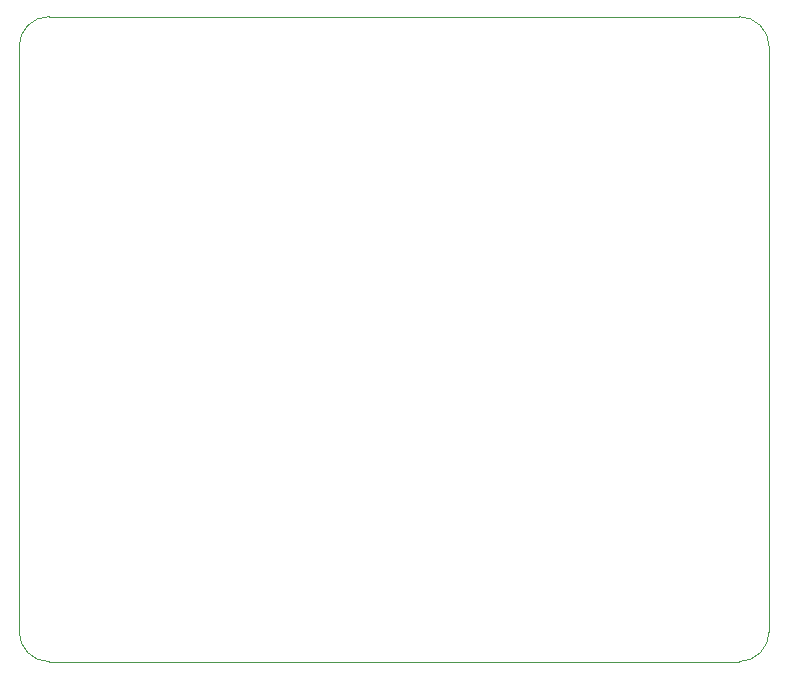
<source format=gbr>
%TF.GenerationSoftware,KiCad,Pcbnew,(5.1.9)-1*%
%TF.CreationDate,2022-05-15T15:17:23+01:00*%
%TF.ProjectId,Halogen discharger,48616c6f-6765-46e2-9064-697363686172,rev?*%
%TF.SameCoordinates,Original*%
%TF.FileFunction,Profile,NP*%
%FSLAX46Y46*%
G04 Gerber Fmt 4.6, Leading zero omitted, Abs format (unit mm)*
G04 Created by KiCad (PCBNEW (5.1.9)-1) date 2022-05-15 15:17:23*
%MOMM*%
%LPD*%
G01*
G04 APERTURE LIST*
%TA.AperFunction,Profile*%
%ADD10C,0.050000*%
%TD*%
G04 APERTURE END LIST*
D10*
X128270000Y-101600000D02*
X186690000Y-101600000D01*
X125730000Y-153670000D02*
X125730000Y-104140000D01*
X186690000Y-156210000D02*
X128270000Y-156210000D01*
X189230000Y-104140000D02*
X189230000Y-153670000D01*
X189230000Y-153670000D02*
G75*
G02*
X186690000Y-156210000I-2540000J0D01*
G01*
X128270000Y-156210000D02*
G75*
G02*
X125730000Y-153670000I0J2540000D01*
G01*
X186690000Y-101600000D02*
G75*
G02*
X189230000Y-104140000I0J-2540000D01*
G01*
X125730000Y-104140000D02*
G75*
G02*
X128270000Y-101600000I2540000J0D01*
G01*
M02*

</source>
